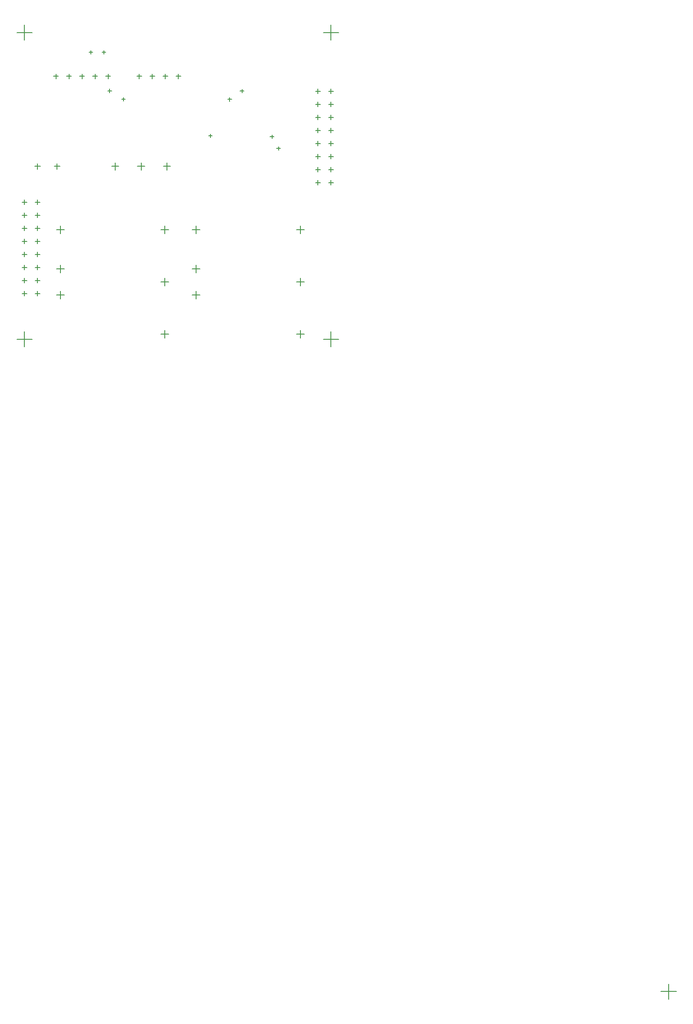
<source format=gbr>
G04 Layer_Color=128*
%FSLAX26Y26*%
%MOIN*%
%TF.FileFunction,Drillmap*%
%TF.Part,Single*%
G01*
G75*
%TA.AperFunction,NonConductor*%
%ADD98C,0.005000*%
D98*
X2184937Y-972063D02*
X2220764D01*
X2202850Y-989977D02*
Y-954150D01*
X2184937Y-1072063D02*
X2220764D01*
X2202850Y-1089977D02*
Y-1054150D01*
X2184937Y-1172063D02*
X2220764D01*
X2202850Y-1189977D02*
Y-1154150D01*
X2184937Y-1272063D02*
X2220764D01*
X2202850Y-1289977D02*
Y-1254150D01*
X2184937Y-1372063D02*
X2220764D01*
X2202850Y-1389977D02*
Y-1354150D01*
X2084937Y-972063D02*
X2120764D01*
X2102850Y-989977D02*
Y-954150D01*
X2084937Y-1072063D02*
X2120764D01*
X2102850Y-1089977D02*
Y-1054150D01*
X2084937Y-1172063D02*
X2120764D01*
X2102850Y-1189977D02*
Y-1154150D01*
X2084937Y-1272063D02*
X2120764D01*
X2102850Y-1289977D02*
Y-1254150D01*
X2084937Y-1372063D02*
X2120764D01*
X2102850Y-1389977D02*
Y-1354150D01*
X2184937Y-1472063D02*
X2220764D01*
X2202850Y-1489977D02*
Y-1454150D01*
X2184937Y-1572063D02*
X2220764D01*
X2202850Y-1589977D02*
Y-1554150D01*
X2184937Y-1672063D02*
X2220764D01*
X2202850Y-1689977D02*
Y-1654150D01*
X2084937Y-1472063D02*
X2120764D01*
X2102850Y-1489977D02*
Y-1454150D01*
X2084937Y-1572063D02*
X2120764D01*
X2102850Y-1589977D02*
Y-1554150D01*
X2084937Y-1672063D02*
X2120764D01*
X2102850Y-1689977D02*
Y-1654150D01*
X-65063Y-1822063D02*
X-29236D01*
X-47150Y-1839977D02*
Y-1804150D01*
X-65063Y-1922063D02*
X-29236D01*
X-47150Y-1939977D02*
Y-1904150D01*
X-65063Y-2022063D02*
X-29236D01*
X-47150Y-2039977D02*
Y-2004150D01*
X-65063Y-2122063D02*
X-29236D01*
X-47150Y-2139977D02*
Y-2104150D01*
X-65063Y-2222063D02*
X-29236D01*
X-47150Y-2239977D02*
Y-2204150D01*
X-165063Y-1822063D02*
X-129236D01*
X-147150Y-1839977D02*
Y-1804150D01*
X-165063Y-1922063D02*
X-129236D01*
X-147150Y-1939977D02*
Y-1904150D01*
X-165063Y-2022063D02*
X-129236D01*
X-147150Y-2039977D02*
Y-2004150D01*
X-165063Y-2122063D02*
X-129236D01*
X-147150Y-2139977D02*
Y-2104150D01*
X-165063Y-2222063D02*
X-129236D01*
X-147150Y-2239977D02*
Y-2204150D01*
X-65063Y-2322063D02*
X-29236D01*
X-47150Y-2339977D02*
Y-2304150D01*
X-65063Y-2422063D02*
X-29236D01*
X-47150Y-2439977D02*
Y-2404150D01*
X-65063Y-2522063D02*
X-29236D01*
X-47150Y-2539977D02*
Y-2504150D01*
X-165063Y-2322063D02*
X-129236D01*
X-147150Y-2339977D02*
Y-2304150D01*
X-165063Y-2422063D02*
X-129236D01*
X-147150Y-2439977D02*
Y-2404150D01*
X-165063Y-2522063D02*
X-129236D01*
X-147150Y-2539977D02*
Y-2504150D01*
X4732339Y-7871203D02*
X4850449D01*
X4791394Y-7930258D02*
Y-7812148D01*
X-206205Y-2872063D02*
X-88094D01*
X-147150Y-2931119D02*
Y-2813008D01*
X2143795Y-2872063D02*
X2261905D01*
X2202850Y-2931119D02*
Y-2813008D01*
X-206205Y-522063D02*
X-88094D01*
X-147150Y-581119D02*
Y-463008D01*
X2143795Y-522063D02*
X2261905D01*
X2202850Y-581119D02*
Y-463008D01*
X375945Y-857181D02*
X411378D01*
X393662Y-874898D02*
Y-839465D01*
X275945Y-857181D02*
X311378D01*
X293662Y-874898D02*
Y-839465D01*
X175945Y-857181D02*
X211378D01*
X193662Y-874898D02*
Y-839465D01*
X75945Y-857181D02*
X111378D01*
X93662Y-874898D02*
Y-839465D01*
X475945Y-857181D02*
X511378D01*
X493662Y-874898D02*
Y-839465D01*
X1013150Y-857181D02*
X1050551D01*
X1031850Y-875882D02*
Y-838480D01*
X913150Y-857181D02*
X950551D01*
X931850Y-875882D02*
Y-838480D01*
X813150Y-857181D02*
X850551D01*
X831850Y-875882D02*
Y-838480D01*
X713150Y-857181D02*
X750551D01*
X731850Y-875882D02*
Y-838480D01*
X898323Y-2033559D02*
X957378D01*
X927850Y-2063087D02*
Y-2004032D01*
X898323Y-2433559D02*
X957378D01*
X927850Y-2463087D02*
Y-2404032D01*
X898323Y-2833559D02*
X957378D01*
X927850Y-2863087D02*
Y-2804032D01*
X98323Y-2033559D02*
X157378D01*
X127850Y-2063087D02*
Y-2004032D01*
X98323Y-2533559D02*
X157378D01*
X127850Y-2563087D02*
Y-2504032D01*
X98323Y-2333559D02*
X157378D01*
X127850Y-2363087D02*
Y-2304032D01*
X520567Y-1547063D02*
X575685D01*
X548126Y-1574622D02*
Y-1519504D01*
X-68803Y-1547063D02*
X-25496D01*
X-47150Y-1568717D02*
Y-1525410D01*
X80016Y-1547063D02*
X123323D01*
X101669Y-1568717D02*
Y-1525410D01*
X917417Y-1547063D02*
X972535D01*
X944976Y-1574622D02*
Y-1519504D01*
X718992Y-1547063D02*
X774110D01*
X746551Y-1574622D02*
Y-1519504D01*
X1938362Y-2831984D02*
X1997417D01*
X1967890Y-2861512D02*
Y-2802457D01*
X1938362Y-2031984D02*
X1997417D01*
X1967890Y-2061512D02*
Y-2002457D01*
X1138362Y-2531984D02*
X1197417D01*
X1167890Y-2561512D02*
Y-2502457D01*
X1138362Y-2331984D02*
X1197417D01*
X1167890Y-2361512D02*
Y-2302457D01*
X1138362Y-2031984D02*
X1197417D01*
X1167890Y-2061512D02*
Y-2002457D01*
X1938362Y-2431984D02*
X1997417D01*
X1967890Y-2461512D02*
Y-2402457D01*
X492110Y-968313D02*
X520110D01*
X506110Y-982313D02*
Y-954313D01*
X598110Y-1033630D02*
X626110D01*
X612110Y-1047630D02*
Y-1019630D01*
X1506350Y-969563D02*
X1534350D01*
X1520350Y-983563D02*
Y-955563D01*
X1263850Y-1312063D02*
X1291850D01*
X1277850Y-1326063D02*
Y-1298063D01*
X1411961Y-1033953D02*
X1439961D01*
X1425961Y-1047953D02*
Y-1019953D01*
X447850Y-672063D02*
X475850D01*
X461850Y-686063D02*
Y-658063D01*
X347850Y-672063D02*
X375850D01*
X361850Y-686063D02*
Y-658063D01*
X1786000Y-1410000D02*
X1814000D01*
X1800000Y-1424000D02*
Y-1396000D01*
X1736000Y-1320000D02*
X1764000D01*
X1750000Y-1334000D02*
Y-1306000D01*
%TF.MD5,b6c4a0cc4ed31bb4697b641e0c193218*%
M02*

</source>
